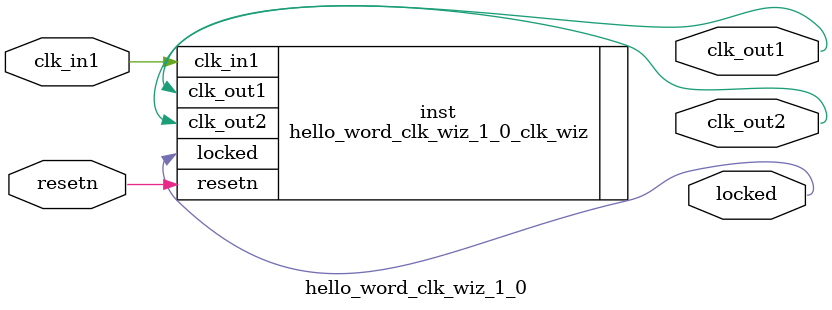
<source format=v>


`timescale 1ps/1ps

(* CORE_GENERATION_INFO = "hello_word_clk_wiz_1_0,clk_wiz_v5_4_1_0,{component_name=hello_word_clk_wiz_1_0,use_phase_alignment=true,use_min_o_jitter=false,use_max_i_jitter=false,use_dyn_phase_shift=false,use_inclk_switchover=false,use_dyn_reconfig=false,enable_axi=0,feedback_source=FDBK_AUTO,PRIMITIVE=MMCM,num_out_clk=2,clkin1_period=10.000,clkin2_period=10.000,use_power_down=false,use_reset=true,use_locked=true,use_inclk_stopped=false,feedback_type=SINGLE,CLOCK_MGR_TYPE=NA,manual_override=false}" *)

module hello_word_clk_wiz_1_0 
 (
  // Clock out ports
  output        clk_out1,
  output        clk_out2,
  // Status and control signals
  input         resetn,
  output        locked,
 // Clock in ports
  input         clk_in1
 );

  hello_word_clk_wiz_1_0_clk_wiz inst
  (
  // Clock out ports  
  .clk_out1(clk_out1),
  .clk_out2(clk_out2),
  // Status and control signals               
  .resetn(resetn), 
  .locked(locked),
 // Clock in ports
  .clk_in1(clk_in1)
  );

endmodule

</source>
